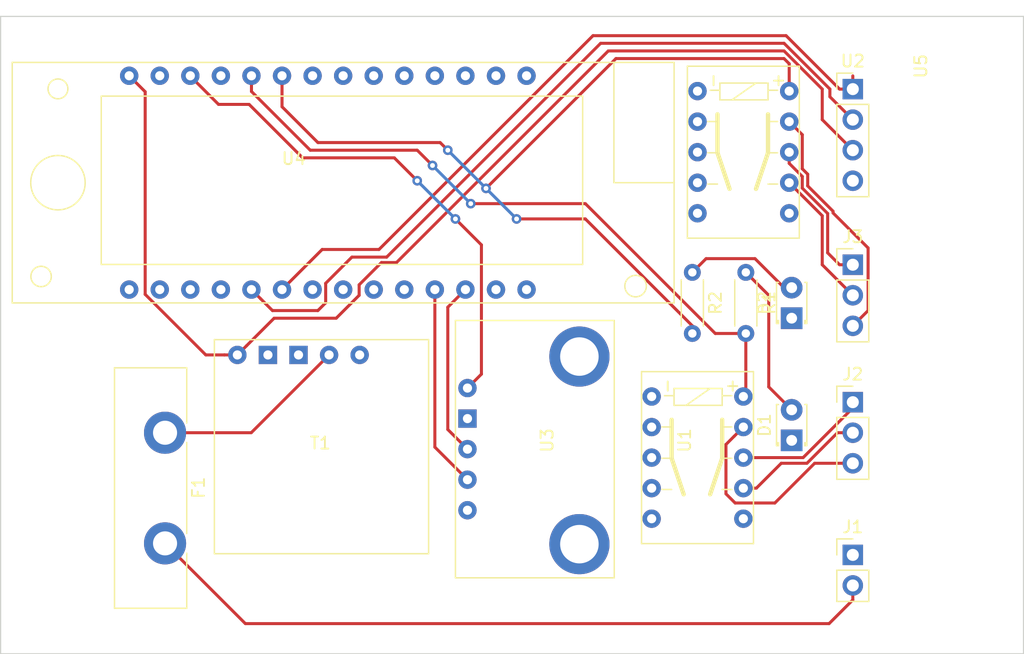
<source format=kicad_pcb>
(kicad_pcb (version 20171130) (host pcbnew "(5.1.5)-3")

  (general
    (thickness 1.6)
    (drawings 4)
    (tracks 132)
    (zones 0)
    (modules 14)
    (nets 47)
  )

  (page A4)
  (layers
    (0 F.Cu signal)
    (31 B.Cu signal)
    (32 B.Adhes user)
    (33 F.Adhes user)
    (34 B.Paste user)
    (35 F.Paste user)
    (36 B.SilkS user)
    (37 F.SilkS user)
    (38 B.Mask user)
    (39 F.Mask user)
    (40 Dwgs.User user)
    (41 Cmts.User user)
    (42 Eco1.User user)
    (43 Eco2.User user)
    (44 Edge.Cuts user)
    (45 Margin user)
    (46 B.CrtYd user)
    (47 F.CrtYd user)
    (48 B.Fab user)
    (49 F.Fab user)
  )

  (setup
    (last_trace_width 0.25)
    (trace_clearance 0.2)
    (zone_clearance 0.508)
    (zone_45_only no)
    (trace_min 0.2)
    (via_size 0.8)
    (via_drill 0.4)
    (via_min_size 0.4)
    (via_min_drill 0.3)
    (uvia_size 0.3)
    (uvia_drill 0.1)
    (uvias_allowed no)
    (uvia_min_size 0.2)
    (uvia_min_drill 0.1)
    (edge_width 0.1)
    (segment_width 0.2)
    (pcb_text_width 0.3)
    (pcb_text_size 1.5 1.5)
    (mod_edge_width 0.15)
    (mod_text_size 1 1)
    (mod_text_width 0.15)
    (pad_size 1.524 1.524)
    (pad_drill 0.762)
    (pad_to_mask_clearance 0)
    (aux_axis_origin 0 0)
    (visible_elements 7FFFFFFF)
    (pcbplotparams
      (layerselection 0x010fc_ffffffff)
      (usegerberextensions false)
      (usegerberattributes false)
      (usegerberadvancedattributes false)
      (creategerberjobfile false)
      (excludeedgelayer true)
      (linewidth 0.100000)
      (plotframeref false)
      (viasonmask false)
      (mode 1)
      (useauxorigin false)
      (hpglpennumber 1)
      (hpglpenspeed 20)
      (hpglpendiameter 15.000000)
      (psnegative false)
      (psa4output false)
      (plotreference true)
      (plotvalue true)
      (plotinvisibletext false)
      (padsonsilk false)
      (subtractmaskfromsilk false)
      (outputformat 1)
      (mirror false)
      (drillshape 1)
      (scaleselection 1)
      (outputdirectory ""))
  )

  (net 0 "")
  (net 1 "Net-(D1-Pad2)")
  (net 2 GND)
  (net 3 "Net-(D2-Pad2)")
  (net 4 "Net-(F1-Pad2)")
  (net 5 /12V)
  (net 6 "Net-(J2-Pad3)")
  (net 7 "Net-(J2-Pad2)")
  (net 8 "Net-(J2-Pad1)")
  (net 9 "Net-(J3-Pad3)")
  (net 10 "Net-(J3-Pad2)")
  (net 11 "Net-(J3-Pad1)")
  (net 12 /hit)
  (net 13 /indoor)
  (net 14 "Net-(T1-Pad3)")
  (net 15 /5V)
  (net 16 "Net-(U1-Pad8)")
  (net 17 "Net-(U1-Pad6)")
  (net 18 "Net-(U1-Pad7)")
  (net 19 /Tx)
  (net 20 /Rx)
  (net 21 "Net-(U3-Pad5)")
  (net 22 /SDA)
  (net 23 /3V3)
  (net 24 /SCL)
  (net 25 "Net-(U4-Pad15)")
  (net 26 "Net-(U4-Pad16)")
  (net 27 "Net-(U4-Pad17)")
  (net 28 "Net-(U4-Pad18)")
  (net 29 "Net-(U4-Pad19)")
  (net 30 "Net-(U4-Pad20)")
  (net 31 "Net-(U4-Pad21)")
  (net 32 "Net-(U4-Pad22)")
  (net 33 "Net-(U4-Pad25)")
  (net 34 "Net-(U4-Pad14)")
  (net 35 "Net-(U4-Pad13)")
  (net 36 "Net-(U4-Pad10)")
  (net 37 "Net-(U4-Pad9)")
  (net 38 "Net-(U4-Pad8)")
  (net 39 "Net-(U4-Pad7)")
  (net 40 "Net-(U4-Pad4)")
  (net 41 "Net-(U4-Pad3)")
  (net 42 "Net-(U4-Pad2)")
  (net 43 "Net-(U4-Pad1)")
  (net 44 "Net-(U5-Pad8)")
  (net 45 "Net-(U5-Pad6)")
  (net 46 "Net-(U5-Pad7)")

  (net_class Default "Esta es la clase de red por defecto."
    (clearance 0.2)
    (trace_width 0.25)
    (via_dia 0.8)
    (via_drill 0.4)
    (uvia_dia 0.3)
    (uvia_drill 0.1)
    (add_net /12V)
    (add_net /3V3)
    (add_net /5V)
    (add_net /Rx)
    (add_net /SCL)
    (add_net /SDA)
    (add_net /Tx)
    (add_net /hit)
    (add_net /indoor)
    (add_net GND)
    (add_net "Net-(D1-Pad2)")
    (add_net "Net-(D2-Pad2)")
    (add_net "Net-(F1-Pad2)")
    (add_net "Net-(J2-Pad1)")
    (add_net "Net-(J2-Pad2)")
    (add_net "Net-(J2-Pad3)")
    (add_net "Net-(J3-Pad1)")
    (add_net "Net-(J3-Pad2)")
    (add_net "Net-(J3-Pad3)")
    (add_net "Net-(T1-Pad3)")
    (add_net "Net-(U1-Pad6)")
    (add_net "Net-(U1-Pad7)")
    (add_net "Net-(U1-Pad8)")
    (add_net "Net-(U3-Pad5)")
    (add_net "Net-(U4-Pad1)")
    (add_net "Net-(U4-Pad10)")
    (add_net "Net-(U4-Pad13)")
    (add_net "Net-(U4-Pad14)")
    (add_net "Net-(U4-Pad15)")
    (add_net "Net-(U4-Pad16)")
    (add_net "Net-(U4-Pad17)")
    (add_net "Net-(U4-Pad18)")
    (add_net "Net-(U4-Pad19)")
    (add_net "Net-(U4-Pad2)")
    (add_net "Net-(U4-Pad20)")
    (add_net "Net-(U4-Pad21)")
    (add_net "Net-(U4-Pad22)")
    (add_net "Net-(U4-Pad25)")
    (add_net "Net-(U4-Pad3)")
    (add_net "Net-(U4-Pad4)")
    (add_net "Net-(U4-Pad7)")
    (add_net "Net-(U4-Pad8)")
    (add_net "Net-(U4-Pad9)")
    (add_net "Net-(U5-Pad6)")
    (add_net "Net-(U5-Pad7)")
    (add_net "Net-(U5-Pad8)")
  )

  (module Componentes:RSM850_Relay (layer F.Cu) (tedit 5E5F6B11) (tstamp 5E692691)
    (at 166.37 104.14 270)
    (path /5E603978)
    (fp_text reference U5 (at 0 -10.1 90) (layer F.SilkS)
      (effects (font (size 1 1) (thickness 0.15)))
    )
    (fp_text value RSM850_Relay (at 0 -11.1 90) (layer F.Fab)
      (effects (font (size 1 1) (thickness 0.15)))
    )
    (fp_line (start 7.2 6.8) (end 10.2 5.8) (layer F.SilkS) (width 0.36))
    (fp_line (start 4 6.8) (end 7.2 6.8) (layer F.SilkS) (width 0.36))
    (fp_line (start 4.6 6.8) (end 4.6 7.6) (layer F.SilkS) (width 0.12))
    (fp_line (start 7.2 6.8) (end 7.2 7.6) (layer F.SilkS) (width 0.12))
    (fp_line (start 9.8 6.8) (end 9.8 7.6) (layer F.SilkS) (width 0.12))
    (fp_line (start 9.8 2.6) (end 9.8 1.8) (layer F.SilkS) (width 0.12))
    (fp_line (start 7.2 2.6) (end 7.2 1.8) (layer F.SilkS) (width 0.12))
    (fp_line (start 4.6 2.6) (end 4.6 1.8) (layer F.SilkS) (width 0.12))
    (fp_line (start 7.2 2.6) (end 10.2 3.6) (layer F.SilkS) (width 0.36))
    (fp_line (start 4 2.6) (end 7.2 2.6) (layer F.SilkS) (width 0.36))
    (fp_text user - (at 1.2 7.2 90) (layer F.SilkS)
      (effects (font (size 1 1) (thickness 0.15)))
    )
    (fp_text user + (at 1.2 1.8 90) (layer F.SilkS)
      (effects (font (size 1 1) (thickness 0.15)))
    )
    (fp_line (start 2 6.6) (end 2 7.4) (layer F.SilkS) (width 0.12))
    (fp_line (start 2 2.6) (end 2 1.8) (layer F.SilkS) (width 0.12))
    (fp_line (start 1.4 3.6) (end 2.8 5.6) (layer F.SilkS) (width 0.12))
    (fp_line (start 1.4 2.6) (end 1.6 2.6) (layer F.SilkS) (width 0.12))
    (fp_line (start 1.4 6.6) (end 1.4 2.6) (layer F.SilkS) (width 0.12))
    (fp_line (start 2.8 6.6) (end 1.4 6.6) (layer F.SilkS) (width 0.12))
    (fp_line (start 2.8 2.6) (end 2.8 6.6) (layer F.SilkS) (width 0.12))
    (fp_line (start 1.6 2.6) (end 2.8 2.6) (layer F.SilkS) (width 0.12))
    (fp_line (start 0 9.3) (end 0 0) (layer F.SilkS) (width 0.12))
    (fp_line (start 14.3 9.3) (end 0 9.3) (layer F.SilkS) (width 0.12))
    (fp_line (start 14.3 0) (end 14.3 9.3) (layer F.SilkS) (width 0.12))
    (fp_line (start 0 0) (end 14.3 0) (layer F.SilkS) (width 0.12))
    (pad "" thru_hole circle (at 12.23 8.46 270) (size 1.524 1.524) (drill 0.762) (layers *.Cu *.Mask))
    (pad 8 thru_hole circle (at 9.69 8.46 270) (size 1.524 1.524) (drill 0.762) (layers *.Cu *.Mask)
      (net 44 "Net-(U5-Pad8)"))
    (pad 2 thru_hole circle (at 2.07 8.46 270) (size 1.524 1.524) (drill 0.762) (layers *.Cu *.Mask)
      (net 2 GND))
    (pad 6 thru_hole circle (at 4.61 8.46 270) (size 1.524 1.524) (drill 0.762) (layers *.Cu *.Mask)
      (net 45 "Net-(U5-Pad6)"))
    (pad 7 thru_hole circle (at 7.15 8.46 270) (size 1.524 1.524) (drill 0.762) (layers *.Cu *.Mask)
      (net 46 "Net-(U5-Pad7)"))
    (pad 1 thru_hole circle (at 2.07 0.84 270) (size 1.524 1.524) (drill 0.762) (layers *.Cu *.Mask)
      (net 13 /indoor))
    (pad 3 thru_hole circle (at 4.61 0.84 270) (size 1.524 1.524) (drill 0.762) (layers *.Cu *.Mask)
      (net 9 "Net-(J3-Pad3)"))
    (pad "" thru_hole circle (at 12.23 0.84 270) (size 1.524 1.524) (drill 0.762) (layers *.Cu *.Mask))
    (pad 5 thru_hole circle (at 9.69 0.84 270) (size 1.524 1.524) (drill 0.762) (layers *.Cu *.Mask)
      (net 10 "Net-(J3-Pad2)"))
    (pad 4 thru_hole circle (at 7.15 0.84 270) (size 1.524 1.524) (drill 0.762) (layers *.Cu *.Mask)
      (net 11 "Net-(J3-Pad1)"))
  )

  (module Componentes:LoPy4 (layer F.Cu) (tedit 5E68CDB8) (tstamp 5E69266B)
    (at 100.965 123.825 90)
    (path /5E693C71)
    (fp_text reference U4 (at 12 23.4) (layer F.SilkS)
      (effects (font (size 1 1) (thickness 0.15)))
    )
    (fp_text value LoPy4 (at 6.2 18.4) (layer F.Fab)
      (effects (font (size 2 2) (thickness 0.3)))
    )
    (fp_line (start 3.2 47.4) (end 3.2 7.4) (layer F.SilkS) (width 0.12))
    (fp_line (start 17.2 47.4) (end 3.2 47.4) (layer F.SilkS) (width 0.12))
    (fp_line (start 17.2 7.4) (end 17.2 47.4) (layer F.SilkS) (width 0.12))
    (fp_line (start 3.2 7.4) (end 17.2 7.4) (layer F.SilkS) (width 0.12))
    (fp_circle (center 1.4 51.8) (end 1.8 52.6) (layer F.SilkS) (width 0.12))
    (fp_circle (center 2.2 2.4) (end 2.8 3) (layer F.SilkS) (width 0.12))
    (fp_circle (center 17.8 3.8) (end 18 4.6) (layer F.SilkS) (width 0.12))
    (fp_circle (center 10 3.8) (end 11.6 5.4) (layer F.SilkS) (width 0.12))
    (fp_line (start 10 50) (end 10 55) (layer F.SilkS) (width 0.12))
    (fp_line (start 20 50) (end 10 50) (layer F.SilkS) (width 0.12))
    (fp_line (start 0 0) (end 0 55) (layer F.SilkS) (width 0.12))
    (fp_line (start 0 55) (end 20 55) (layer F.SilkS) (width 0.12))
    (fp_line (start 20 0) (end 20 55) (layer F.SilkS) (width 0.12))
    (fp_line (start 0 0) (end 20 0) (layer F.SilkS) (width 0.12))
    (pad 15 thru_hole circle (at 18.89 42.74 90) (size 1.524 1.524) (drill 0.762) (layers *.Cu *.Mask)
      (net 25 "Net-(U4-Pad15)"))
    (pad 16 thru_hole circle (at 18.89 40.2 90) (size 1.524 1.524) (drill 0.762) (layers *.Cu *.Mask)
      (net 26 "Net-(U4-Pad16)"))
    (pad 17 thru_hole circle (at 18.89 37.66 90) (size 1.524 1.524) (drill 0.762) (layers *.Cu *.Mask)
      (net 27 "Net-(U4-Pad17)"))
    (pad 18 thru_hole circle (at 18.89 35.12 90) (size 1.524 1.524) (drill 0.762) (layers *.Cu *.Mask)
      (net 28 "Net-(U4-Pad18)"))
    (pad 19 thru_hole circle (at 18.89 32.58 90) (size 1.524 1.524) (drill 0.762) (layers *.Cu *.Mask)
      (net 29 "Net-(U4-Pad19)"))
    (pad 20 thru_hole circle (at 18.89 30.04 90) (size 1.524 1.524) (drill 0.762) (layers *.Cu *.Mask)
      (net 30 "Net-(U4-Pad20)"))
    (pad 21 thru_hole circle (at 18.89 27.5 90) (size 1.524 1.524) (drill 0.762) (layers *.Cu *.Mask)
      (net 31 "Net-(U4-Pad21)"))
    (pad 22 thru_hole circle (at 18.89 24.96 90) (size 1.524 1.524) (drill 0.762) (layers *.Cu *.Mask)
      (net 32 "Net-(U4-Pad22)"))
    (pad 23 thru_hole circle (at 18.89 22.42 90) (size 1.524 1.524) (drill 0.762) (layers *.Cu *.Mask)
      (net 13 /indoor))
    (pad 24 thru_hole circle (at 18.89 19.88 90) (size 1.524 1.524) (drill 0.762) (layers *.Cu *.Mask)
      (net 12 /hit))
    (pad 25 thru_hole circle (at 18.89 17.34 90) (size 1.524 1.524) (drill 0.762) (layers *.Cu *.Mask)
      (net 33 "Net-(U4-Pad25)"))
    (pad 26 thru_hole circle (at 18.89 14.8 90) (size 1.524 1.524) (drill 0.762) (layers *.Cu *.Mask)
      (net 23 /3V3))
    (pad 27 thru_hole circle (at 18.89 12.26 90) (size 1.524 1.524) (drill 0.762) (layers *.Cu *.Mask)
      (net 2 GND))
    (pad 14 thru_hole circle (at 1.11 42.74 90) (size 1.524 1.524) (drill 0.762) (layers *.Cu *.Mask)
      (net 34 "Net-(U4-Pad14)"))
    (pad 13 thru_hole circle (at 1.11 40.2 90) (size 1.524 1.524) (drill 0.762) (layers *.Cu *.Mask)
      (net 35 "Net-(U4-Pad13)"))
    (pad 12 thru_hole circle (at 1.11 37.66 90) (size 1.524 1.524) (drill 0.762) (layers *.Cu *.Mask)
      (net 24 /SCL))
    (pad 11 thru_hole circle (at 1.11 35.12 90) (size 1.524 1.524) (drill 0.762) (layers *.Cu *.Mask)
      (net 22 /SDA))
    (pad 10 thru_hole circle (at 1.11 32.58 90) (size 1.524 1.524) (drill 0.762) (layers *.Cu *.Mask)
      (net 36 "Net-(U4-Pad10)"))
    (pad 9 thru_hole circle (at 1.11 30.04 90) (size 1.524 1.524) (drill 0.762) (layers *.Cu *.Mask)
      (net 37 "Net-(U4-Pad9)"))
    (pad 8 thru_hole circle (at 1.11 27.5 90) (size 1.524 1.524) (drill 0.762) (layers *.Cu *.Mask)
      (net 38 "Net-(U4-Pad8)"))
    (pad 7 thru_hole circle (at 1.11 24.96 90) (size 1.524 1.524) (drill 0.762) (layers *.Cu *.Mask)
      (net 39 "Net-(U4-Pad7)"))
    (pad 6 thru_hole circle (at 1.11 22.42 90) (size 1.524 1.524) (drill 0.762) (layers *.Cu *.Mask)
      (net 20 /Rx))
    (pad 5 thru_hole circle (at 1.11 19.88 90) (size 1.524 1.524) (drill 0.762) (layers *.Cu *.Mask)
      (net 19 /Tx))
    (pad 4 thru_hole circle (at 1.11 17.34 90) (size 1.524 1.524) (drill 0.762) (layers *.Cu *.Mask)
      (net 40 "Net-(U4-Pad4)"))
    (pad 3 thru_hole circle (at 1.11 14.8 90) (size 1.524 1.524) (drill 0.762) (layers *.Cu *.Mask)
      (net 41 "Net-(U4-Pad3)"))
    (pad 2 thru_hole circle (at 1.11 12.26 90) (size 1.524 1.524) (drill 0.762) (layers *.Cu *.Mask)
      (net 42 "Net-(U4-Pad2)"))
    (pad 28 thru_hole circle (at 18.89 9.72 90) (size 1.524 1.524) (drill 0.762) (layers *.Cu *.Mask)
      (net 15 /5V))
    (pad 1 thru_hole circle (at 1.11 9.72 90) (size 1.524 1.524) (drill 0.762) (layers *.Cu *.Mask)
      (net 43 "Net-(U4-Pad1)"))
  )

  (module Componentes:SEN0168 (layer F.Cu) (tedit 5E5F66F7) (tstamp 5E69263D)
    (at 137.795 146.685 90)
    (path /5E58A56C)
    (fp_text reference U3 (at 11.43 7.62 90) (layer F.SilkS)
      (effects (font (size 1 1) (thickness 0.15)))
    )
    (fp_text value SEN0168 (at 10.795 5.715 90) (layer F.Fab)
      (effects (font (size 1 1) (thickness 0.15)))
    )
    (fp_line (start 0 13.2) (end 0 0) (layer F.SilkS) (width 0.12))
    (fp_line (start 21.4 13.2) (end 0 13.2) (layer F.SilkS) (width 0.12))
    (fp_line (start 21.4 0) (end 21.4 13.2) (layer F.SilkS) (width 0.12))
    (fp_line (start 0 0) (end 21.4 0) (layer F.SilkS) (width 0.12))
    (pad "" thru_hole circle (at 18.4 10.3 90) (size 5 5) (drill 3.2) (layers *.Cu *.Mask))
    (pad "" thru_hole circle (at 2.8 10.3 90) (size 5 5) (drill 3.2) (layers *.Cu *.Mask))
    (pad 5 thru_hole circle (at 5.62 1 90) (size 1.524 1.524) (drill 0.762) (layers *.Cu *.Mask)
      (net 21 "Net-(U3-Pad5)"))
    (pad 4 thru_hole circle (at 8.16 1 90) (size 1.524 1.524) (drill 0.762) (layers *.Cu *.Mask)
      (net 22 /SDA))
    (pad 1 thru_hole circle (at 15.78 1 90) (size 1.524 1.524) (drill 0.762) (layers *.Cu *.Mask)
      (net 23 /3V3))
    (pad 2 thru_hole rect (at 13.24 1 90) (size 1.524 1.524) (drill 0.762) (layers *.Cu *.Mask)
      (net 2 GND))
    (pad 3 thru_hole circle (at 10.7 1 90) (size 1.524 1.524) (drill 0.762) (layers *.Cu *.Mask)
      (net 24 /SCL))
  )

  (module Connector_PinHeader_2.54mm:PinHeader_1x04_P2.54mm_Vertical (layer F.Cu) (tedit 59FED5CC) (tstamp 5E69262E)
    (at 170.815 106.045)
    (descr "Through hole straight pin header, 1x04, 2.54mm pitch, single row")
    (tags "Through hole pin header THT 1x04 2.54mm single row")
    (path /5E58ADF6)
    (fp_text reference U2 (at 0 -2.33) (layer F.SilkS)
      (effects (font (size 1 1) (thickness 0.15)))
    )
    (fp_text value LidarTFMini (at 0 9.95) (layer F.Fab)
      (effects (font (size 1 1) (thickness 0.15)))
    )
    (fp_text user %R (at 0 3.81 -270) (layer F.Fab)
      (effects (font (size 1 1) (thickness 0.15)))
    )
    (fp_line (start 1.8 -1.8) (end -1.8 -1.8) (layer F.CrtYd) (width 0.05))
    (fp_line (start 1.8 9.4) (end 1.8 -1.8) (layer F.CrtYd) (width 0.05))
    (fp_line (start -1.8 9.4) (end 1.8 9.4) (layer F.CrtYd) (width 0.05))
    (fp_line (start -1.8 -1.8) (end -1.8 9.4) (layer F.CrtYd) (width 0.05))
    (fp_line (start -1.33 -1.33) (end 0 -1.33) (layer F.SilkS) (width 0.12))
    (fp_line (start -1.33 0) (end -1.33 -1.33) (layer F.SilkS) (width 0.12))
    (fp_line (start -1.33 1.27) (end 1.33 1.27) (layer F.SilkS) (width 0.12))
    (fp_line (start 1.33 1.27) (end 1.33 8.95) (layer F.SilkS) (width 0.12))
    (fp_line (start -1.33 1.27) (end -1.33 8.95) (layer F.SilkS) (width 0.12))
    (fp_line (start -1.33 8.95) (end 1.33 8.95) (layer F.SilkS) (width 0.12))
    (fp_line (start -1.27 -0.635) (end -0.635 -1.27) (layer F.Fab) (width 0.1))
    (fp_line (start -1.27 8.89) (end -1.27 -0.635) (layer F.Fab) (width 0.1))
    (fp_line (start 1.27 8.89) (end -1.27 8.89) (layer F.Fab) (width 0.1))
    (fp_line (start 1.27 -1.27) (end 1.27 8.89) (layer F.Fab) (width 0.1))
    (fp_line (start -0.635 -1.27) (end 1.27 -1.27) (layer F.Fab) (width 0.1))
    (pad 4 thru_hole oval (at 0 7.62) (size 1.7 1.7) (drill 1) (layers *.Cu *.Mask)
      (net 2 GND))
    (pad 3 thru_hole oval (at 0 5.08) (size 1.7 1.7) (drill 1) (layers *.Cu *.Mask)
      (net 15 /5V))
    (pad 2 thru_hole oval (at 0 2.54) (size 1.7 1.7) (drill 1) (layers *.Cu *.Mask)
      (net 19 /Tx))
    (pad 1 thru_hole rect (at 0 0) (size 1.7 1.7) (drill 1) (layers *.Cu *.Mask)
      (net 20 /Rx))
    (model ${KISYS3DMOD}/Connector_PinHeader_2.54mm.3dshapes/PinHeader_1x04_P2.54mm_Vertical.wrl
      (at (xyz 0 0 0))
      (scale (xyz 1 1 1))
      (rotate (xyz 0 0 0))
    )
  )

  (module Componentes:RSM850_Relay (layer F.Cu) (tedit 5E5F6B11) (tstamp 5E692616)
    (at 162.56 129.54 270)
    (path /5E5FB297)
    (fp_text reference U1 (at 5.715 5.715 90) (layer F.SilkS)
      (effects (font (size 1 1) (thickness 0.15)))
    )
    (fp_text value RSM850_Relay (at 7.62 4.445 90) (layer F.Fab)
      (effects (font (size 1 1) (thickness 0.15)))
    )
    (fp_line (start 7.2 6.8) (end 10.2 5.8) (layer F.SilkS) (width 0.36))
    (fp_line (start 4 6.8) (end 7.2 6.8) (layer F.SilkS) (width 0.36))
    (fp_line (start 4.6 6.8) (end 4.6 7.6) (layer F.SilkS) (width 0.12))
    (fp_line (start 7.2 6.8) (end 7.2 7.6) (layer F.SilkS) (width 0.12))
    (fp_line (start 9.8 6.8) (end 9.8 7.6) (layer F.SilkS) (width 0.12))
    (fp_line (start 9.8 2.6) (end 9.8 1.8) (layer F.SilkS) (width 0.12))
    (fp_line (start 7.2 2.6) (end 7.2 1.8) (layer F.SilkS) (width 0.12))
    (fp_line (start 4.6 2.6) (end 4.6 1.8) (layer F.SilkS) (width 0.12))
    (fp_line (start 7.2 2.6) (end 10.2 3.6) (layer F.SilkS) (width 0.36))
    (fp_line (start 4 2.6) (end 7.2 2.6) (layer F.SilkS) (width 0.36))
    (fp_text user - (at 1.2 7.2 90) (layer F.SilkS)
      (effects (font (size 1 1) (thickness 0.15)))
    )
    (fp_text user + (at 1.2 1.8 90) (layer F.SilkS)
      (effects (font (size 1 1) (thickness 0.15)))
    )
    (fp_line (start 2 6.6) (end 2 7.4) (layer F.SilkS) (width 0.12))
    (fp_line (start 2 2.6) (end 2 1.8) (layer F.SilkS) (width 0.12))
    (fp_line (start 1.4 3.6) (end 2.8 5.6) (layer F.SilkS) (width 0.12))
    (fp_line (start 1.4 2.6) (end 1.6 2.6) (layer F.SilkS) (width 0.12))
    (fp_line (start 1.4 6.6) (end 1.4 2.6) (layer F.SilkS) (width 0.12))
    (fp_line (start 2.8 6.6) (end 1.4 6.6) (layer F.SilkS) (width 0.12))
    (fp_line (start 2.8 2.6) (end 2.8 6.6) (layer F.SilkS) (width 0.12))
    (fp_line (start 1.6 2.6) (end 2.8 2.6) (layer F.SilkS) (width 0.12))
    (fp_line (start 0 9.3) (end 0 0) (layer F.SilkS) (width 0.12))
    (fp_line (start 14.3 9.3) (end 0 9.3) (layer F.SilkS) (width 0.12))
    (fp_line (start 14.3 0) (end 14.3 9.3) (layer F.SilkS) (width 0.12))
    (fp_line (start 0 0) (end 14.3 0) (layer F.SilkS) (width 0.12))
    (pad "" thru_hole circle (at 12.23 8.46 270) (size 1.524 1.524) (drill 0.762) (layers *.Cu *.Mask))
    (pad 8 thru_hole circle (at 9.69 8.46 270) (size 1.524 1.524) (drill 0.762) (layers *.Cu *.Mask)
      (net 16 "Net-(U1-Pad8)"))
    (pad 2 thru_hole circle (at 2.07 8.46 270) (size 1.524 1.524) (drill 0.762) (layers *.Cu *.Mask)
      (net 2 GND))
    (pad 6 thru_hole circle (at 4.61 8.46 270) (size 1.524 1.524) (drill 0.762) (layers *.Cu *.Mask)
      (net 17 "Net-(U1-Pad6)"))
    (pad 7 thru_hole circle (at 7.15 8.46 270) (size 1.524 1.524) (drill 0.762) (layers *.Cu *.Mask)
      (net 18 "Net-(U1-Pad7)"))
    (pad 1 thru_hole circle (at 2.07 0.84 270) (size 1.524 1.524) (drill 0.762) (layers *.Cu *.Mask)
      (net 12 /hit))
    (pad 3 thru_hole circle (at 4.61 0.84 270) (size 1.524 1.524) (drill 0.762) (layers *.Cu *.Mask)
      (net 6 "Net-(J2-Pad3)"))
    (pad "" thru_hole circle (at 12.23 0.84 270) (size 1.524 1.524) (drill 0.762) (layers *.Cu *.Mask))
    (pad 5 thru_hole circle (at 9.69 0.84 270) (size 1.524 1.524) (drill 0.762) (layers *.Cu *.Mask)
      (net 7 "Net-(J2-Pad2)"))
    (pad 4 thru_hole circle (at 7.15 0.84 270) (size 1.524 1.524) (drill 0.762) (layers *.Cu *.Mask)
      (net 8 "Net-(J2-Pad1)"))
  )

  (module Pololu:Transformer_Pololu_D24V25Fx (layer F.Cu) (tedit 5E5D39B8) (tstamp 5E6925F0)
    (at 126.365 132.08)
    (path /5E587D03)
    (fp_text reference T1 (at 0.2 3.4) (layer F.SilkS)
      (effects (font (size 1 1) (thickness 0.15)))
    )
    (fp_text value D24V25F5 (at 0.4 -6.2) (layer F.Fab)
      (effects (font (size 1 1) (thickness 0.15)))
    )
    (fp_line (start 9.2 12.6) (end 9.2 -5.2) (layer F.SilkS) (width 0.12))
    (fp_line (start -8.6 12.6) (end 9.2 12.6) (layer F.SilkS) (width 0.12))
    (fp_line (start -8.6 -5.2) (end -8.6 12.6) (layer F.SilkS) (width 0.12))
    (fp_line (start -8.6 -5.2) (end 9.2 -5.2) (layer F.SilkS) (width 0.12))
    (pad 3 thru_hole circle (at 3.47 -3.93) (size 1.524 1.524) (drill 0.762) (layers *.Cu *.Mask)
      (net 14 "Net-(T1-Pad3)"))
    (pad 1 thru_hole circle (at 0.93 -3.93) (size 1.524 1.524) (drill 0.762) (layers *.Cu *.Mask)
      (net 5 /12V))
    (pad 2 thru_hole rect (at -1.61 -3.93) (size 1.524 1.524) (drill 0.762) (layers *.Cu *.Mask)
      (net 2 GND))
    (pad 2 thru_hole rect (at -4.15 -3.93) (size 1.524 1.524) (drill 0.762) (layers *.Cu *.Mask)
      (net 2 GND))
    (pad 4 thru_hole circle (at -6.69 -3.93) (size 1.524 1.524) (drill 0.762) (layers *.Cu *.Mask)
      (net 15 /5V))
  )

  (module Resistor_THT:R_Axial_DIN0204_L3.6mm_D1.6mm_P5.08mm_Horizontal (layer F.Cu) (tedit 5AE5139B) (tstamp 5E6925E3)
    (at 157.48 121.285 270)
    (descr "Resistor, Axial_DIN0204 series, Axial, Horizontal, pin pitch=5.08mm, 0.167W, length*diameter=3.6*1.6mm^2, http://cdn-reichelt.de/documents/datenblatt/B400/1_4W%23YAG.pdf")
    (tags "Resistor Axial_DIN0204 series Axial Horizontal pin pitch 5.08mm 0.167W length 3.6mm diameter 1.6mm")
    (path /5E586982)
    (fp_text reference R2 (at 2.54 -1.92 90) (layer F.SilkS)
      (effects (font (size 1 1) (thickness 0.15)))
    )
    (fp_text value R_Small (at 2.54 1.92 90) (layer F.Fab)
      (effects (font (size 1 1) (thickness 0.15)))
    )
    (fp_text user %R (at 2.54 0 90) (layer F.Fab)
      (effects (font (size 0.72 0.72) (thickness 0.108)))
    )
    (fp_line (start 6.03 -1.05) (end -0.95 -1.05) (layer F.CrtYd) (width 0.05))
    (fp_line (start 6.03 1.05) (end 6.03 -1.05) (layer F.CrtYd) (width 0.05))
    (fp_line (start -0.95 1.05) (end 6.03 1.05) (layer F.CrtYd) (width 0.05))
    (fp_line (start -0.95 -1.05) (end -0.95 1.05) (layer F.CrtYd) (width 0.05))
    (fp_line (start 0.62 0.92) (end 4.46 0.92) (layer F.SilkS) (width 0.12))
    (fp_line (start 0.62 -0.92) (end 4.46 -0.92) (layer F.SilkS) (width 0.12))
    (fp_line (start 5.08 0) (end 4.34 0) (layer F.Fab) (width 0.1))
    (fp_line (start 0 0) (end 0.74 0) (layer F.Fab) (width 0.1))
    (fp_line (start 4.34 -0.8) (end 0.74 -0.8) (layer F.Fab) (width 0.1))
    (fp_line (start 4.34 0.8) (end 4.34 -0.8) (layer F.Fab) (width 0.1))
    (fp_line (start 0.74 0.8) (end 4.34 0.8) (layer F.Fab) (width 0.1))
    (fp_line (start 0.74 -0.8) (end 0.74 0.8) (layer F.Fab) (width 0.1))
    (pad 2 thru_hole oval (at 5.08 0 270) (size 1.4 1.4) (drill 0.7) (layers *.Cu *.Mask)
      (net 13 /indoor))
    (pad 1 thru_hole circle (at 0 0 270) (size 1.4 1.4) (drill 0.7) (layers *.Cu *.Mask)
      (net 3 "Net-(D2-Pad2)"))
    (model ${KISYS3DMOD}/Resistor_THT.3dshapes/R_Axial_DIN0204_L3.6mm_D1.6mm_P5.08mm_Horizontal.wrl
      (at (xyz 0 0 0))
      (scale (xyz 1 1 1))
      (rotate (xyz 0 0 0))
    )
  )

  (module Resistor_THT:R_Axial_DIN0204_L3.6mm_D1.6mm_P5.08mm_Horizontal (layer F.Cu) (tedit 5AE5139B) (tstamp 5E6925D0)
    (at 161.925 121.285 270)
    (descr "Resistor, Axial_DIN0204 series, Axial, Horizontal, pin pitch=5.08mm, 0.167W, length*diameter=3.6*1.6mm^2, http://cdn-reichelt.de/documents/datenblatt/B400/1_4W%23YAG.pdf")
    (tags "Resistor Axial_DIN0204 series Axial Horizontal pin pitch 5.08mm 0.167W length 3.6mm diameter 1.6mm")
    (path /5E585D6D)
    (fp_text reference R1 (at 2.54 -1.92 90) (layer F.SilkS)
      (effects (font (size 1 1) (thickness 0.15)))
    )
    (fp_text value R_Small (at 2.54 1.92 90) (layer F.Fab)
      (effects (font (size 1 1) (thickness 0.15)))
    )
    (fp_text user %R (at 2.54 0 90) (layer F.Fab)
      (effects (font (size 0.72 0.72) (thickness 0.108)))
    )
    (fp_line (start 6.03 -1.05) (end -0.95 -1.05) (layer F.CrtYd) (width 0.05))
    (fp_line (start 6.03 1.05) (end 6.03 -1.05) (layer F.CrtYd) (width 0.05))
    (fp_line (start -0.95 1.05) (end 6.03 1.05) (layer F.CrtYd) (width 0.05))
    (fp_line (start -0.95 -1.05) (end -0.95 1.05) (layer F.CrtYd) (width 0.05))
    (fp_line (start 0.62 0.92) (end 4.46 0.92) (layer F.SilkS) (width 0.12))
    (fp_line (start 0.62 -0.92) (end 4.46 -0.92) (layer F.SilkS) (width 0.12))
    (fp_line (start 5.08 0) (end 4.34 0) (layer F.Fab) (width 0.1))
    (fp_line (start 0 0) (end 0.74 0) (layer F.Fab) (width 0.1))
    (fp_line (start 4.34 -0.8) (end 0.74 -0.8) (layer F.Fab) (width 0.1))
    (fp_line (start 4.34 0.8) (end 4.34 -0.8) (layer F.Fab) (width 0.1))
    (fp_line (start 0.74 0.8) (end 4.34 0.8) (layer F.Fab) (width 0.1))
    (fp_line (start 0.74 -0.8) (end 0.74 0.8) (layer F.Fab) (width 0.1))
    (pad 2 thru_hole oval (at 5.08 0 270) (size 1.4 1.4) (drill 0.7) (layers *.Cu *.Mask)
      (net 12 /hit))
    (pad 1 thru_hole circle (at 0 0 270) (size 1.4 1.4) (drill 0.7) (layers *.Cu *.Mask)
      (net 1 "Net-(D1-Pad2)"))
    (model ${KISYS3DMOD}/Resistor_THT.3dshapes/R_Axial_DIN0204_L3.6mm_D1.6mm_P5.08mm_Horizontal.wrl
      (at (xyz 0 0 0))
      (scale (xyz 1 1 1))
      (rotate (xyz 0 0 0))
    )
  )

  (module Connector_PinHeader_2.54mm:PinHeader_1x03_P2.54mm_Vertical (layer F.Cu) (tedit 59FED5CC) (tstamp 5E6925BD)
    (at 170.815 120.65)
    (descr "Through hole straight pin header, 1x03, 2.54mm pitch, single row")
    (tags "Through hole pin header THT 1x03 2.54mm single row")
    (path /5E5A21E7)
    (fp_text reference J3 (at 0 -2.33) (layer F.SilkS)
      (effects (font (size 1 1) (thickness 0.15)))
    )
    (fp_text value Conn_01x03_Female (at 0 7.41) (layer F.Fab)
      (effects (font (size 1 1) (thickness 0.15)))
    )
    (fp_text user %R (at 0 2.54 -270) (layer F.Fab)
      (effects (font (size 1 1) (thickness 0.15)))
    )
    (fp_line (start 1.8 -1.8) (end -1.8 -1.8) (layer F.CrtYd) (width 0.05))
    (fp_line (start 1.8 6.85) (end 1.8 -1.8) (layer F.CrtYd) (width 0.05))
    (fp_line (start -1.8 6.85) (end 1.8 6.85) (layer F.CrtYd) (width 0.05))
    (fp_line (start -1.8 -1.8) (end -1.8 6.85) (layer F.CrtYd) (width 0.05))
    (fp_line (start -1.33 -1.33) (end 0 -1.33) (layer F.SilkS) (width 0.12))
    (fp_line (start -1.33 0) (end -1.33 -1.33) (layer F.SilkS) (width 0.12))
    (fp_line (start -1.33 1.27) (end 1.33 1.27) (layer F.SilkS) (width 0.12))
    (fp_line (start 1.33 1.27) (end 1.33 6.41) (layer F.SilkS) (width 0.12))
    (fp_line (start -1.33 1.27) (end -1.33 6.41) (layer F.SilkS) (width 0.12))
    (fp_line (start -1.33 6.41) (end 1.33 6.41) (layer F.SilkS) (width 0.12))
    (fp_line (start -1.27 -0.635) (end -0.635 -1.27) (layer F.Fab) (width 0.1))
    (fp_line (start -1.27 6.35) (end -1.27 -0.635) (layer F.Fab) (width 0.1))
    (fp_line (start 1.27 6.35) (end -1.27 6.35) (layer F.Fab) (width 0.1))
    (fp_line (start 1.27 -1.27) (end 1.27 6.35) (layer F.Fab) (width 0.1))
    (fp_line (start -0.635 -1.27) (end 1.27 -1.27) (layer F.Fab) (width 0.1))
    (pad 3 thru_hole oval (at 0 5.08) (size 1.7 1.7) (drill 1) (layers *.Cu *.Mask)
      (net 9 "Net-(J3-Pad3)"))
    (pad 2 thru_hole oval (at 0 2.54) (size 1.7 1.7) (drill 1) (layers *.Cu *.Mask)
      (net 10 "Net-(J3-Pad2)"))
    (pad 1 thru_hole rect (at 0 0) (size 1.7 1.7) (drill 1) (layers *.Cu *.Mask)
      (net 11 "Net-(J3-Pad1)"))
    (model ${KISYS3DMOD}/Connector_PinHeader_2.54mm.3dshapes/PinHeader_1x03_P2.54mm_Vertical.wrl
      (at (xyz 0 0 0))
      (scale (xyz 1 1 1))
      (rotate (xyz 0 0 0))
    )
  )

  (module Connector_PinHeader_2.54mm:PinHeader_1x03_P2.54mm_Vertical (layer F.Cu) (tedit 59FED5CC) (tstamp 5E6925A6)
    (at 170.815 132.08)
    (descr "Through hole straight pin header, 1x03, 2.54mm pitch, single row")
    (tags "Through hole pin header THT 1x03 2.54mm single row")
    (path /5E5A11F3)
    (fp_text reference J2 (at 0 -2.33) (layer F.SilkS)
      (effects (font (size 1 1) (thickness 0.15)))
    )
    (fp_text value Relay_hit (at 0 7.41) (layer F.Fab)
      (effects (font (size 1 1) (thickness 0.15)))
    )
    (fp_text user %R (at 0 2.54 -270) (layer F.Fab)
      (effects (font (size 1 1) (thickness 0.15)))
    )
    (fp_line (start 1.8 -1.8) (end -1.8 -1.8) (layer F.CrtYd) (width 0.05))
    (fp_line (start 1.8 6.85) (end 1.8 -1.8) (layer F.CrtYd) (width 0.05))
    (fp_line (start -1.8 6.85) (end 1.8 6.85) (layer F.CrtYd) (width 0.05))
    (fp_line (start -1.8 -1.8) (end -1.8 6.85) (layer F.CrtYd) (width 0.05))
    (fp_line (start -1.33 -1.33) (end 0 -1.33) (layer F.SilkS) (width 0.12))
    (fp_line (start -1.33 0) (end -1.33 -1.33) (layer F.SilkS) (width 0.12))
    (fp_line (start -1.33 1.27) (end 1.33 1.27) (layer F.SilkS) (width 0.12))
    (fp_line (start 1.33 1.27) (end 1.33 6.41) (layer F.SilkS) (width 0.12))
    (fp_line (start -1.33 1.27) (end -1.33 6.41) (layer F.SilkS) (width 0.12))
    (fp_line (start -1.33 6.41) (end 1.33 6.41) (layer F.SilkS) (width 0.12))
    (fp_line (start -1.27 -0.635) (end -0.635 -1.27) (layer F.Fab) (width 0.1))
    (fp_line (start -1.27 6.35) (end -1.27 -0.635) (layer F.Fab) (width 0.1))
    (fp_line (start 1.27 6.35) (end -1.27 6.35) (layer F.Fab) (width 0.1))
    (fp_line (start 1.27 -1.27) (end 1.27 6.35) (layer F.Fab) (width 0.1))
    (fp_line (start -0.635 -1.27) (end 1.27 -1.27) (layer F.Fab) (width 0.1))
    (pad 3 thru_hole oval (at 0 5.08) (size 1.7 1.7) (drill 1) (layers *.Cu *.Mask)
      (net 6 "Net-(J2-Pad3)"))
    (pad 2 thru_hole oval (at 0 2.54) (size 1.7 1.7) (drill 1) (layers *.Cu *.Mask)
      (net 7 "Net-(J2-Pad2)"))
    (pad 1 thru_hole rect (at 0 0) (size 1.7 1.7) (drill 1) (layers *.Cu *.Mask)
      (net 8 "Net-(J2-Pad1)"))
    (model ${KISYS3DMOD}/Connector_PinHeader_2.54mm.3dshapes/PinHeader_1x03_P2.54mm_Vertical.wrl
      (at (xyz 0 0 0))
      (scale (xyz 1 1 1))
      (rotate (xyz 0 0 0))
    )
  )

  (module Connector_PinHeader_2.54mm:PinHeader_1x02_P2.54mm_Vertical (layer F.Cu) (tedit 59FED5CC) (tstamp 5E69258F)
    (at 170.815 144.78)
    (descr "Through hole straight pin header, 1x02, 2.54mm pitch, single row")
    (tags "Through hole pin header THT 1x02 2.54mm single row")
    (path /5E58418F)
    (fp_text reference J1 (at 0 -2.33) (layer F.SilkS)
      (effects (font (size 1 1) (thickness 0.15)))
    )
    (fp_text value Input (at 0 4.87) (layer F.Fab)
      (effects (font (size 1 1) (thickness 0.15)))
    )
    (fp_text user %R (at 0 1.27 90) (layer F.Fab)
      (effects (font (size 1 1) (thickness 0.15)))
    )
    (fp_line (start 1.8 -1.8) (end -1.8 -1.8) (layer F.CrtYd) (width 0.05))
    (fp_line (start 1.8 4.35) (end 1.8 -1.8) (layer F.CrtYd) (width 0.05))
    (fp_line (start -1.8 4.35) (end 1.8 4.35) (layer F.CrtYd) (width 0.05))
    (fp_line (start -1.8 -1.8) (end -1.8 4.35) (layer F.CrtYd) (width 0.05))
    (fp_line (start -1.33 -1.33) (end 0 -1.33) (layer F.SilkS) (width 0.12))
    (fp_line (start -1.33 0) (end -1.33 -1.33) (layer F.SilkS) (width 0.12))
    (fp_line (start -1.33 1.27) (end 1.33 1.27) (layer F.SilkS) (width 0.12))
    (fp_line (start 1.33 1.27) (end 1.33 3.87) (layer F.SilkS) (width 0.12))
    (fp_line (start -1.33 1.27) (end -1.33 3.87) (layer F.SilkS) (width 0.12))
    (fp_line (start -1.33 3.87) (end 1.33 3.87) (layer F.SilkS) (width 0.12))
    (fp_line (start -1.27 -0.635) (end -0.635 -1.27) (layer F.Fab) (width 0.1))
    (fp_line (start -1.27 3.81) (end -1.27 -0.635) (layer F.Fab) (width 0.1))
    (fp_line (start 1.27 3.81) (end -1.27 3.81) (layer F.Fab) (width 0.1))
    (fp_line (start 1.27 -1.27) (end 1.27 3.81) (layer F.Fab) (width 0.1))
    (fp_line (start -0.635 -1.27) (end 1.27 -1.27) (layer F.Fab) (width 0.1))
    (pad 2 thru_hole oval (at 0 2.54) (size 1.7 1.7) (drill 1) (layers *.Cu *.Mask)
      (net 4 "Net-(F1-Pad2)"))
    (pad 1 thru_hole rect (at 0 0) (size 1.7 1.7) (drill 1) (layers *.Cu *.Mask)
      (net 2 GND))
    (model ${KISYS3DMOD}/Connector_PinHeader_2.54mm.3dshapes/PinHeader_1x02_P2.54mm_Vertical.wrl
      (at (xyz 0 0 0))
      (scale (xyz 1 1 1))
      (rotate (xyz 0 0 0))
    )
  )

  (module Fuse:Fuseholder_Blade_ATO_Littelfuse_Pudenz_2_Pin (layer F.Cu) (tedit 5A1C8E73) (tstamp 5E692579)
    (at 113.665 134.62 270)
    (descr "Fuseholder ATO Blade littelfuse Pudenz 2 Pin")
    (tags "Fuseholder ATO Blade littelfuse Pudenz 2 Pin")
    (path /5E5DC8DB)
    (fp_text reference F1 (at 4.57 -2.78 90) (layer F.SilkS)
      (effects (font (size 1 1) (thickness 0.15)))
    )
    (fp_text value Fuse (at 5.07 5.22 90) (layer F.Fab)
      (effects (font (size 1 1) (thickness 0.15)))
    )
    (fp_line (start 10.02 -1.8) (end 14.6 -1.8) (layer F.SilkS) (width 0.12))
    (fp_line (start 14.85 4.45) (end -5.65 4.45) (layer F.CrtYd) (width 0.05))
    (fp_line (start 14.85 4.45) (end 14.85 -2.05) (layer F.CrtYd) (width 0.05))
    (fp_line (start -5.65 -2.05) (end -5.65 4.45) (layer F.CrtYd) (width 0.05))
    (fp_line (start -5.65 -2.05) (end 14.85 -2.05) (layer F.CrtYd) (width 0.05))
    (fp_line (start 0.81 -1.8) (end 8.38 -1.8) (layer F.SilkS) (width 0.12))
    (fp_line (start -5.4 4.2) (end -5.4 -1.8) (layer F.SilkS) (width 0.12))
    (fp_line (start 14.6 4.2) (end -5.4 4.2) (layer F.SilkS) (width 0.12))
    (fp_line (start 14.6 -1.8) (end 14.6 4.2) (layer F.SilkS) (width 0.12))
    (fp_line (start -5.4 -1.8) (end -0.81 -1.8) (layer F.SilkS) (width 0.12))
    (fp_line (start -5.35 4.15) (end -5.35 -1.75) (layer F.Fab) (width 0.1))
    (fp_line (start 14.55 4.15) (end -5.35 4.15) (layer F.Fab) (width 0.1))
    (fp_line (start 14.55 -1.75) (end 14.55 4.15) (layer F.Fab) (width 0.1))
    (fp_line (start -5.35 -1.75) (end 14.55 -1.75) (layer F.Fab) (width 0.1))
    (fp_text user %R (at 4.5 3.5 90) (layer F.Fab)
      (effects (font (size 1 1) (thickness 0.15)))
    )
    (pad 2 thru_hole circle (at 9.2 0 270) (size 3.5 3.5) (drill 2) (layers *.Cu *.Mask)
      (net 4 "Net-(F1-Pad2)"))
    (pad "" np_thru_hole circle (at 4.6 1.2 270) (size 2.4 2.4) (drill 2.4) (layers *.Cu *.Mask))
    (pad 1 thru_hole circle (at 0 0 270) (size 3.5 3.5) (drill 2) (layers *.Cu *.Mask)
      (net 5 /12V))
    (model ${KISYS3DMOD}/Fuse.3dshapes/Fuseholder_Blade_ATO_Littelfuse_Pudenz_2_Pin.wrl
      (at (xyz 0 0 0))
      (scale (xyz 1 1 1))
      (rotate (xyz 0 0 0))
    )
  )

  (module LED_THT:LED_D1.8mm_W3.3mm_H2.4mm (layer F.Cu) (tedit 5880A862) (tstamp 5E692563)
    (at 165.735 125.095 90)
    (descr "LED, Round,  Rectangular size 3.3x2.4mm^2 diameter 1.8mm, 2 pins")
    (tags "LED Round  Rectangular size 3.3x2.4mm^2 diameter 1.8mm 2 pins")
    (path /5E583896)
    (fp_text reference D2 (at 1.27 -2.26 90) (layer F.SilkS)
      (effects (font (size 1 1) (thickness 0.15)))
    )
    (fp_text value LED (at 1.27 2.26 90) (layer F.Fab)
      (effects (font (size 1 1) (thickness 0.15)))
    )
    (fp_line (start 3.7 -1.55) (end -1.15 -1.55) (layer F.CrtYd) (width 0.05))
    (fp_line (start 3.7 1.55) (end 3.7 -1.55) (layer F.CrtYd) (width 0.05))
    (fp_line (start -1.15 1.55) (end 3.7 1.55) (layer F.CrtYd) (width 0.05))
    (fp_line (start -1.15 -1.55) (end -1.15 1.55) (layer F.CrtYd) (width 0.05))
    (fp_line (start -0.2 1.08) (end -0.2 1.26) (layer F.SilkS) (width 0.12))
    (fp_line (start -0.2 -1.26) (end -0.2 -1.08) (layer F.SilkS) (width 0.12))
    (fp_line (start -0.32 1.08) (end -0.32 1.26) (layer F.SilkS) (width 0.12))
    (fp_line (start -0.32 -1.26) (end -0.32 -1.08) (layer F.SilkS) (width 0.12))
    (fp_line (start 2.98 1.095) (end 2.98 1.26) (layer F.SilkS) (width 0.12))
    (fp_line (start 2.98 -1.26) (end 2.98 -1.095) (layer F.SilkS) (width 0.12))
    (fp_line (start -0.44 1.08) (end -0.44 1.26) (layer F.SilkS) (width 0.12))
    (fp_line (start -0.44 -1.26) (end -0.44 -1.08) (layer F.SilkS) (width 0.12))
    (fp_line (start -0.44 1.26) (end 2.98 1.26) (layer F.SilkS) (width 0.12))
    (fp_line (start -0.44 -1.26) (end 2.98 -1.26) (layer F.SilkS) (width 0.12))
    (fp_line (start 2.92 -1.2) (end -0.38 -1.2) (layer F.Fab) (width 0.1))
    (fp_line (start 2.92 1.2) (end 2.92 -1.2) (layer F.Fab) (width 0.1))
    (fp_line (start -0.38 1.2) (end 2.92 1.2) (layer F.Fab) (width 0.1))
    (fp_line (start -0.38 -1.2) (end -0.38 1.2) (layer F.Fab) (width 0.1))
    (fp_circle (center 1.27 0) (end 2.17 0) (layer F.Fab) (width 0.1))
    (pad 2 thru_hole circle (at 2.54 0 90) (size 1.8 1.8) (drill 0.9) (layers *.Cu *.Mask)
      (net 3 "Net-(D2-Pad2)"))
    (pad 1 thru_hole rect (at 0 0 90) (size 1.8 1.8) (drill 0.9) (layers *.Cu *.Mask)
      (net 2 GND))
    (model ${KISYS3DMOD}/LED_THT.3dshapes/LED_D1.8mm_W3.3mm_H2.4mm.wrl
      (at (xyz 0 0 0))
      (scale (xyz 1 1 1))
      (rotate (xyz 0 0 0))
    )
  )

  (module LED_THT:LED_D1.8mm_W3.3mm_H2.4mm (layer F.Cu) (tedit 5880A862) (tstamp 5E69254A)
    (at 165.735 135.255 90)
    (descr "LED, Round,  Rectangular size 3.3x2.4mm^2 diameter 1.8mm, 2 pins")
    (tags "LED Round  Rectangular size 3.3x2.4mm^2 diameter 1.8mm 2 pins")
    (path /5E581B3A)
    (fp_text reference D1 (at 1.27 -2.26 90) (layer F.SilkS)
      (effects (font (size 1 1) (thickness 0.15)))
    )
    (fp_text value LED (at 1.27 2.26 90) (layer F.Fab)
      (effects (font (size 1 1) (thickness 0.15)))
    )
    (fp_line (start 3.7 -1.55) (end -1.15 -1.55) (layer F.CrtYd) (width 0.05))
    (fp_line (start 3.7 1.55) (end 3.7 -1.55) (layer F.CrtYd) (width 0.05))
    (fp_line (start -1.15 1.55) (end 3.7 1.55) (layer F.CrtYd) (width 0.05))
    (fp_line (start -1.15 -1.55) (end -1.15 1.55) (layer F.CrtYd) (width 0.05))
    (fp_line (start -0.2 1.08) (end -0.2 1.26) (layer F.SilkS) (width 0.12))
    (fp_line (start -0.2 -1.26) (end -0.2 -1.08) (layer F.SilkS) (width 0.12))
    (fp_line (start -0.32 1.08) (end -0.32 1.26) (layer F.SilkS) (width 0.12))
    (fp_line (start -0.32 -1.26) (end -0.32 -1.08) (layer F.SilkS) (width 0.12))
    (fp_line (start 2.98 1.095) (end 2.98 1.26) (layer F.SilkS) (width 0.12))
    (fp_line (start 2.98 -1.26) (end 2.98 -1.095) (layer F.SilkS) (width 0.12))
    (fp_line (start -0.44 1.08) (end -0.44 1.26) (layer F.SilkS) (width 0.12))
    (fp_line (start -0.44 -1.26) (end -0.44 -1.08) (layer F.SilkS) (width 0.12))
    (fp_line (start -0.44 1.26) (end 2.98 1.26) (layer F.SilkS) (width 0.12))
    (fp_line (start -0.44 -1.26) (end 2.98 -1.26) (layer F.SilkS) (width 0.12))
    (fp_line (start 2.92 -1.2) (end -0.38 -1.2) (layer F.Fab) (width 0.1))
    (fp_line (start 2.92 1.2) (end 2.92 -1.2) (layer F.Fab) (width 0.1))
    (fp_line (start -0.38 1.2) (end 2.92 1.2) (layer F.Fab) (width 0.1))
    (fp_line (start -0.38 -1.2) (end -0.38 1.2) (layer F.Fab) (width 0.1))
    (fp_circle (center 1.27 0) (end 2.17 0) (layer F.Fab) (width 0.1))
    (pad 2 thru_hole circle (at 2.54 0 90) (size 1.8 1.8) (drill 0.9) (layers *.Cu *.Mask)
      (net 1 "Net-(D1-Pad2)"))
    (pad 1 thru_hole rect (at 0 0 90) (size 1.8 1.8) (drill 0.9) (layers *.Cu *.Mask)
      (net 2 GND))
    (model ${KISYS3DMOD}/LED_THT.3dshapes/LED_D1.8mm_W3.3mm_H2.4mm.wrl
      (at (xyz 0 0 0))
      (scale (xyz 1 1 1))
      (rotate (xyz 0 0 0))
    )
  )

  (gr_line (start 100 100) (end 100 153) (layer Edge.Cuts) (width 0.1) (tstamp 5E68CEC7))
  (gr_line (start 185 153) (end 100 153) (layer Edge.Cuts) (width 0.1))
  (gr_line (start 185 100) (end 185 153) (layer Edge.Cuts) (width 0.1))
  (gr_line (start 100 100) (end 185 100) (layer Edge.Cuts) (width 0.1))

  (segment (start 163.195 122.555) (end 161.925 121.285) (width 0.25) (layer F.Cu) (net 1))
  (segment (start 163.83 123.19) (end 163.195 122.555) (width 0.25) (layer F.Cu) (net 1))
  (segment (start 165.735 132.715) (end 163.83 130.81) (width 0.25) (layer F.Cu) (net 1))
  (segment (start 163.83 130.81) (end 163.83 123.19) (width 0.25) (layer F.Cu) (net 1))
  (segment (start 158.623 120.142) (end 157.48 121.285) (width 0.25) (layer F.Cu) (net 3))
  (segment (start 162.687 120.142) (end 158.623 120.142) (width 0.25) (layer F.Cu) (net 3))
  (segment (start 165.735 122.555) (end 165.1 122.555) (width 0.25) (layer F.Cu) (net 3))
  (segment (start 165.1 122.555) (end 162.687 120.142) (width 0.25) (layer F.Cu) (net 3))
  (segment (start 170.815 148.522081) (end 168.842081 150.495) (width 0.25) (layer F.Cu) (net 4))
  (segment (start 170.815 147.32) (end 170.815 148.522081) (width 0.25) (layer F.Cu) (net 4))
  (segment (start 120.34 150.495) (end 113.665 143.82) (width 0.25) (layer F.Cu) (net 4))
  (segment (start 168.842081 150.495) (end 120.34 150.495) (width 0.25) (layer F.Cu) (net 4))
  (segment (start 120.825 134.62) (end 127.295 128.15) (width 0.25) (layer F.Cu) (net 5))
  (segment (start 113.665 134.62) (end 120.825 134.62) (width 0.25) (layer F.Cu) (net 5))
  (segment (start 160.958001 134.911999) (end 161.72 134.15) (width 0.25) (layer F.Cu) (net 6))
  (segment (start 167.64 137.16) (end 164.338 140.462) (width 0.25) (layer F.Cu) (net 6))
  (segment (start 164.338 140.462) (end 161.036 140.462) (width 0.25) (layer F.Cu) (net 6))
  (segment (start 170.815 137.16) (end 167.64 137.16) (width 0.25) (layer F.Cu) (net 6))
  (segment (start 161.036 140.462) (end 160.274 139.7) (width 0.25) (layer F.Cu) (net 6))
  (segment (start 160.274 135.596) (end 160.958001 134.911999) (width 0.25) (layer F.Cu) (net 6))
  (segment (start 160.274 139.7) (end 160.274 135.596) (width 0.25) (layer F.Cu) (net 6))
  (segment (start 162.79763 139.23) (end 161.72 139.23) (width 0.25) (layer F.Cu) (net 7))
  (segment (start 164.86763 137.16) (end 162.79763 139.23) (width 0.25) (layer F.Cu) (net 7))
  (segment (start 167.00359 137.16) (end 164.86763 137.16) (width 0.25) (layer F.Cu) (net 7))
  (segment (start 170.815 134.62) (end 169.54359 134.62) (width 0.25) (layer F.Cu) (net 7))
  (segment (start 169.54359 134.62) (end 167.00359 137.16) (width 0.25) (layer F.Cu) (net 7))
  (segment (start 162.79763 136.69) (end 161.72 136.69) (width 0.25) (layer F.Cu) (net 8))
  (segment (start 170.815 132.560002) (end 166.685002 136.69) (width 0.25) (layer F.Cu) (net 8))
  (segment (start 166.685002 136.69) (end 162.79763 136.69) (width 0.25) (layer F.Cu) (net 8))
  (segment (start 170.815 132.08) (end 170.815 132.560002) (width 0.25) (layer F.Cu) (net 8))
  (segment (start 166.291999 109.511999) (end 165.53 108.75) (width 0.25) (layer F.Cu) (net 9))
  (segment (start 167.067012 113.121839) (end 166.617001 112.671829) (width 0.25) (layer F.Cu) (net 9))
  (segment (start 166.617001 112.671829) (end 166.617001 109.837001) (width 0.25) (layer F.Cu) (net 9))
  (segment (start 167.067012 114.094192) (end 167.067012 113.121839) (width 0.25) (layer F.Cu) (net 9))
  (segment (start 166.617001 109.837001) (end 166.291999 109.511999) (width 0.25) (layer F.Cu) (net 9))
  (segment (start 172.085 124.46) (end 172.085 119.253) (width 0.25) (layer F.Cu) (net 9))
  (segment (start 172.085 119.253) (end 169.175018 116.343018) (width 0.25) (layer F.Cu) (net 9))
  (segment (start 169.175018 116.343018) (end 169.175018 116.202198) (width 0.25) (layer F.Cu) (net 9))
  (segment (start 170.815 125.73) (end 172.085 124.46) (width 0.25) (layer F.Cu) (net 9))
  (segment (start 169.175018 116.202198) (end 167.067012 114.094192) (width 0.25) (layer F.Cu) (net 9))
  (segment (start 166.291999 114.591999) (end 165.53 113.83) (width 0.25) (layer F.Cu) (net 10))
  (segment (start 168.275 116.575) (end 166.291999 114.591999) (width 0.25) (layer F.Cu) (net 10))
  (segment (start 170.815 123.19) (end 168.275 120.65) (width 0.25) (layer F.Cu) (net 10))
  (segment (start 168.275 120.65) (end 168.275 116.575) (width 0.25) (layer F.Cu) (net 10))
  (segment (start 168.725009 119.660009) (end 168.725009 116.388599) (width 0.25) (layer F.Cu) (net 11))
  (segment (start 168.725009 116.388599) (end 166.617001 114.280591) (width 0.25) (layer F.Cu) (net 11))
  (segment (start 166.617001 114.280591) (end 166.617001 113.308239) (width 0.25) (layer F.Cu) (net 11))
  (segment (start 165.53 112.221238) (end 165.53 111.29) (width 0.25) (layer F.Cu) (net 11))
  (segment (start 166.617001 113.308239) (end 165.53 112.221238) (width 0.25) (layer F.Cu) (net 11))
  (segment (start 169.715 120.65) (end 168.725009 119.660009) (width 0.25) (layer F.Cu) (net 11))
  (segment (start 170.815 120.65) (end 169.715 120.65) (width 0.25) (layer F.Cu) (net 11))
  (via (at 139.065 115.57) (size 0.8) (drill 0.4) (layers F.Cu B.Cu) (net 12))
  (via (at 135.89 112.395) (size 0.8) (drill 0.4) (layers F.Cu B.Cu) (net 12))
  (segment (start 139.065 115.57) (end 135.89 112.395) (width 0.25) (layer B.Cu) (net 12))
  (segment (start 120.845 106.24) (end 120.845 104.935) (width 0.25) (layer F.Cu) (net 12))
  (segment (start 125.73 111.125) (end 120.845 106.24) (width 0.25) (layer F.Cu) (net 12))
  (segment (start 135.89 112.395) (end 134.62 111.125) (width 0.25) (layer F.Cu) (net 12))
  (segment (start 134.62 111.125) (end 125.73 111.125) (width 0.25) (layer F.Cu) (net 12))
  (segment (start 161.925 131.405) (end 161.72 131.61) (width 0.25) (layer F.Cu) (net 12))
  (segment (start 161.925 126.365) (end 161.925 131.405) (width 0.25) (layer F.Cu) (net 12))
  (segment (start 148.59 115.57) (end 139.065 115.57) (width 0.25) (layer F.Cu) (net 12))
  (segment (start 161.925 126.365) (end 159.385 126.365) (width 0.25) (layer F.Cu) (net 12))
  (segment (start 159.385 126.365) (end 148.59 115.57) (width 0.25) (layer F.Cu) (net 12))
  (via (at 142.875 116.84) (size 0.8) (drill 0.4) (layers F.Cu B.Cu) (net 13))
  (via (at 137.16 111.125) (size 0.8) (drill 0.4) (layers F.Cu B.Cu) (net 13))
  (segment (start 137.16 111.125) (end 136.525 110.49) (width 0.25) (layer F.Cu) (net 13))
  (segment (start 123.385 107.51) (end 123.385 104.935) (width 0.25) (layer F.Cu) (net 13))
  (segment (start 126.365 110.49) (end 123.385 107.51) (width 0.25) (layer F.Cu) (net 13))
  (segment (start 136.525 110.49) (end 126.365 110.49) (width 0.25) (layer F.Cu) (net 13))
  (segment (start 148.59 116.84) (end 142.875 116.84) (width 0.25) (layer F.Cu) (net 13))
  (segment (start 157.48 126.365) (end 157.48 125.73) (width 0.25) (layer F.Cu) (net 13))
  (segment (start 157.48 125.73) (end 148.59 116.84) (width 0.25) (layer F.Cu) (net 13))
  (via (at 140.335 114.3) (size 0.8) (drill 0.4) (layers F.Cu B.Cu) (net 13))
  (segment (start 142.875 116.84) (end 140.335 114.3) (width 0.25) (layer B.Cu) (net 13))
  (segment (start 140.335 114.3) (end 137.16 111.125) (width 0.25) (layer B.Cu) (net 13))
  (segment (start 151.13 103.505) (end 140.335 114.3) (width 0.25) (layer F.Cu) (net 13))
  (segment (start 165.53 106.21) (end 165.53 103.935) (width 0.25) (layer F.Cu) (net 13))
  (segment (start 165.1 103.505) (end 151.13 103.505) (width 0.25) (layer F.Cu) (net 13))
  (segment (start 165.53 103.935) (end 165.1 103.505) (width 0.25) (layer F.Cu) (net 13))
  (segment (start 127.889 125.095) (end 122.73 125.095) (width 0.25) (layer F.Cu) (net 15))
  (segment (start 168.275 106.043589) (end 165.101411 102.87) (width 0.25) (layer F.Cu) (net 15))
  (segment (start 168.275 108.585) (end 168.275 106.043589) (width 0.25) (layer F.Cu) (net 15))
  (segment (start 170.815 111.125) (end 168.275 108.585) (width 0.25) (layer F.Cu) (net 15))
  (segment (start 132.89999 120.46501) (end 131.646228 120.46501) (width 0.25) (layer F.Cu) (net 15))
  (segment (start 165.101411 102.87) (end 150.495 102.87) (width 0.25) (layer F.Cu) (net 15))
  (segment (start 131.646228 120.46501) (end 129.794 122.317238) (width 0.25) (layer F.Cu) (net 15))
  (segment (start 120.436999 127.388001) (end 119.675 128.15) (width 0.25) (layer F.Cu) (net 15))
  (segment (start 129.794 122.317238) (end 129.794 123.19) (width 0.25) (layer F.Cu) (net 15))
  (segment (start 129.794 123.19) (end 127.889 125.095) (width 0.25) (layer F.Cu) (net 15))
  (segment (start 150.495 102.87) (end 132.89999 120.46501) (width 0.25) (layer F.Cu) (net 15))
  (segment (start 122.73 125.095) (end 120.436999 127.388001) (width 0.25) (layer F.Cu) (net 15))
  (segment (start 118.59737 128.15) (end 119.675 128.15) (width 0.25) (layer F.Cu) (net 15))
  (segment (start 112.014 123.112762) (end 117.051238 128.15) (width 0.25) (layer F.Cu) (net 15))
  (segment (start 117.051238 128.15) (end 118.59737 128.15) (width 0.25) (layer F.Cu) (net 15))
  (segment (start 110.685 104.935) (end 112.014 106.264) (width 0.25) (layer F.Cu) (net 15))
  (segment (start 112.014 106.264) (end 112.014 123.112762) (width 0.25) (layer F.Cu) (net 15))
  (segment (start 122.59 124.46) (end 121.606999 123.476999) (width 0.25) (layer F.Cu) (net 19))
  (segment (start 170.815 108.585) (end 168.91 106.68) (width 0.25) (layer F.Cu) (net 19))
  (segment (start 168.91 106.68) (end 168.91 106.042178) (width 0.25) (layer F.Cu) (net 19))
  (segment (start 168.91 106.042178) (end 165.102822 102.235) (width 0.25) (layer F.Cu) (net 19))
  (segment (start 149.86 102.235) (end 132.080001 120.014999) (width 0.25) (layer F.Cu) (net 19))
  (segment (start 126.365 124.46) (end 122.59 124.46) (width 0.25) (layer F.Cu) (net 19))
  (segment (start 127.012001 122.193239) (end 127.012001 123.812999) (width 0.25) (layer F.Cu) (net 19))
  (segment (start 127.012001 123.812999) (end 126.365 124.46) (width 0.25) (layer F.Cu) (net 19))
  (segment (start 165.102822 102.235) (end 149.86 102.235) (width 0.25) (layer F.Cu) (net 19))
  (segment (start 121.606999 123.476999) (end 120.845 122.715) (width 0.25) (layer F.Cu) (net 19))
  (segment (start 132.080001 120.014999) (end 129.19024 120.015) (width 0.25) (layer F.Cu) (net 19))
  (segment (start 129.19024 120.015) (end 127.012001 122.193239) (width 0.25) (layer F.Cu) (net 19))
  (segment (start 170.815 106.045) (end 170.815 104.945) (width 0.25) (layer F.Cu) (net 20))
  (segment (start 126.72 119.38) (end 123.385 122.715) (width 0.25) (layer F.Cu) (net 20))
  (segment (start 169.715 106.045) (end 165.27 101.6) (width 0.25) (layer F.Cu) (net 20))
  (segment (start 170.815 106.045) (end 169.715 106.045) (width 0.25) (layer F.Cu) (net 20))
  (segment (start 165.27 101.6) (end 149.225 101.6) (width 0.25) (layer F.Cu) (net 20))
  (segment (start 149.225 101.6) (end 131.445 119.38) (width 0.25) (layer F.Cu) (net 20))
  (segment (start 131.445 119.38) (end 126.72 119.38) (width 0.25) (layer F.Cu) (net 20))
  (segment (start 136.085 135.815) (end 136.085 122.715) (width 0.25) (layer F.Cu) (net 22))
  (segment (start 138.795 138.525) (end 136.085 135.815) (width 0.25) (layer F.Cu) (net 22))
  (via (at 137.795 116.84) (size 0.8) (drill 0.4) (layers F.Cu B.Cu) (net 23))
  (via (at 134.62 113.665) (size 0.8) (drill 0.4) (layers F.Cu B.Cu) (net 23))
  (segment (start 137.795 116.84) (end 134.62 113.665) (width 0.25) (layer B.Cu) (net 23))
  (segment (start 115.765 104.97) (end 115.765 104.935) (width 0.25) (layer F.Cu) (net 23))
  (segment (start 132.715 111.76) (end 125.095 111.76) (width 0.25) (layer F.Cu) (net 23))
  (segment (start 134.62 113.665) (end 132.715 111.76) (width 0.25) (layer F.Cu) (net 23))
  (segment (start 125.095 111.76) (end 120.65 107.315) (width 0.25) (layer F.Cu) (net 23))
  (segment (start 120.65 107.315) (end 118.11 107.315) (width 0.25) (layer F.Cu) (net 23))
  (segment (start 118.11 107.315) (end 115.765 104.97) (width 0.25) (layer F.Cu) (net 23))
  (segment (start 139.954 118.999) (end 137.795 116.84) (width 0.25) (layer F.Cu) (net 23))
  (segment (start 138.795 130.905) (end 139.954 129.746) (width 0.25) (layer F.Cu) (net 23))
  (segment (start 139.954 129.746) (end 139.954 118.999) (width 0.25) (layer F.Cu) (net 23))
  (segment (start 137.16 124.18) (end 138.625 122.715) (width 0.25) (layer F.Cu) (net 24))
  (segment (start 138.795 135.985) (end 137.16 134.35) (width 0.25) (layer F.Cu) (net 24))
  (segment (start 137.16 134.35) (end 137.16 124.18) (width 0.25) (layer F.Cu) (net 24))

)

</source>
